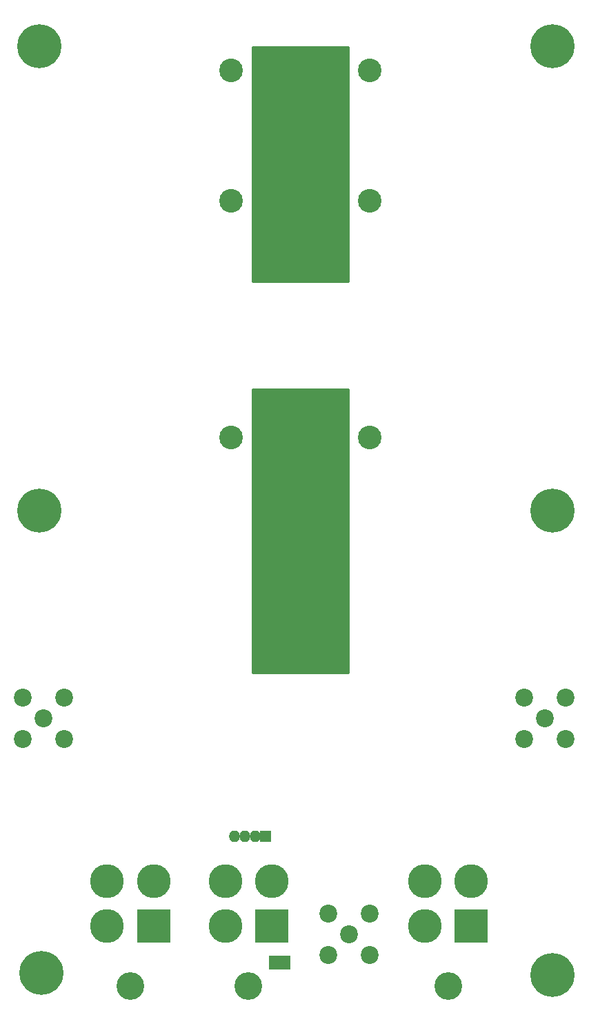
<source format=gbr>
G04 #@! TF.FileFunction,Soldermask,Bot*
%FSLAX46Y46*%
G04 Gerber Fmt 4.6, Leading zero omitted, Abs format (unit mm)*
G04 Created by KiCad (PCBNEW 4.0.6) date 2017 May 30, Tuesday 14:38:27*
%MOMM*%
%LPD*%
G01*
G04 APERTURE LIST*
%ADD10C,0.100000*%
%ADD11R,1.370000X1.670000*%
%ADD12R,4.150000X4.150000*%
%ADD13C,4.150000*%
%ADD14C,3.400000*%
%ADD15C,2.198320*%
%ADD16C,2.195780*%
%ADD17C,5.400000*%
%ADD18R,1.400000X1.400000*%
%ADD19O,1.400000X1.400000*%
%ADD20C,2.900000*%
%ADD21C,0.254000*%
G04 APERTURE END LIST*
D10*
D11*
X108860000Y-142500000D03*
X110140000Y-142500000D03*
D12*
X94000000Y-138000000D03*
D13*
X88300000Y-138000000D03*
X94000000Y-132500000D03*
X88300000Y-132500000D03*
D14*
X91150000Y-145300000D03*
D12*
X133000000Y-138000000D03*
D13*
X127300000Y-138000000D03*
X133000000Y-132500000D03*
X127300000Y-132500000D03*
D14*
X130150000Y-145300000D03*
D15*
X80500000Y-112500000D03*
D16*
X83040000Y-109960000D03*
X77960000Y-109960000D03*
X77960000Y-115040000D03*
X83040000Y-115040000D03*
D12*
X108500000Y-138000000D03*
D13*
X102800000Y-138000000D03*
X108500000Y-132500000D03*
X102800000Y-132500000D03*
D14*
X105650000Y-145300000D03*
D15*
X118000000Y-139000000D03*
D16*
X115460000Y-141540000D03*
X120540000Y-141540000D03*
X120540000Y-136460000D03*
X115460000Y-136460000D03*
D17*
X80000000Y-30000000D03*
X143000000Y-30000000D03*
X80000000Y-87000000D03*
X143000000Y-87000000D03*
X143000000Y-144000000D03*
X80250000Y-143750000D03*
D18*
X107770000Y-127000000D03*
D19*
X106500000Y-127000000D03*
X105230000Y-127000000D03*
X103960000Y-127000000D03*
D20*
X120500000Y-78000000D03*
X103500000Y-78000000D03*
X120500000Y-33000000D03*
X103500000Y-33000000D03*
D15*
X142000000Y-112500000D03*
D16*
X144540000Y-109960000D03*
X139460000Y-109960000D03*
X139460000Y-115040000D03*
X144540000Y-115040000D03*
D20*
X120500000Y-49000000D03*
X103500000Y-49000000D03*
D21*
G36*
X117873000Y-106873000D02*
X106127000Y-106873000D01*
X106127000Y-72127000D01*
X117873000Y-72127000D01*
X117873000Y-106873000D01*
X117873000Y-106873000D01*
G37*
X117873000Y-106873000D02*
X106127000Y-106873000D01*
X106127000Y-72127000D01*
X117873000Y-72127000D01*
X117873000Y-106873000D01*
G36*
X117873000Y-58873000D02*
X106127000Y-58873000D01*
X106127000Y-30127000D01*
X117873000Y-30127000D01*
X117873000Y-58873000D01*
X117873000Y-58873000D01*
G37*
X117873000Y-58873000D02*
X106127000Y-58873000D01*
X106127000Y-30127000D01*
X117873000Y-30127000D01*
X117873000Y-58873000D01*
M02*

</source>
